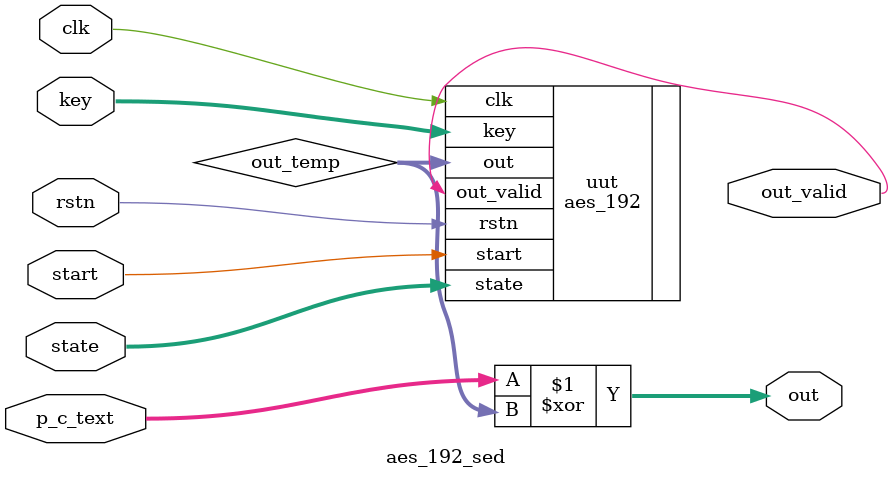
<source format=v>
/*
 * Description:
 * AES is implemented in CTR mode.
 * Give 128 bit input to "p_c_text" (plain/cipher text).
 * Give 192 bit key to "key".
 * Give 128 initial vector to "state".
 *
 * Conditions: 
 * Don't give new inputs and start until assertion of out_valid.
 * Start has to go from 0 to 1 for the correct starting.
 * "state" value should be same for both encryption and decryption.
 *
 * sed: Serialized Encryption and Decryption
 */

module aes_192_sed(clk, rstn, start, state, p_c_text, key, out, out_valid); 
    input          clk;
    input          rstn;
    input          start;
    input  [127:0] state, p_c_text;
    input  [191:0] key;
    output [127:0] out;
    output         out_valid;
	
    wire    [127:0] out_temp;
    wire     out_valid;
    
    // Instantiate the Unit Under Test (UUT)
	aes_192 uut (
		.clk(clk),
    .rstn(rstn),
		.start(start), 
		.state(state), 
		.key(key), 
		.out(out_temp),
		.out_valid(out_valid)
	);

    // Muxing p_c_text with output of AES core.
    assign out = p_c_text ^ out_temp;

endmodule


</source>
